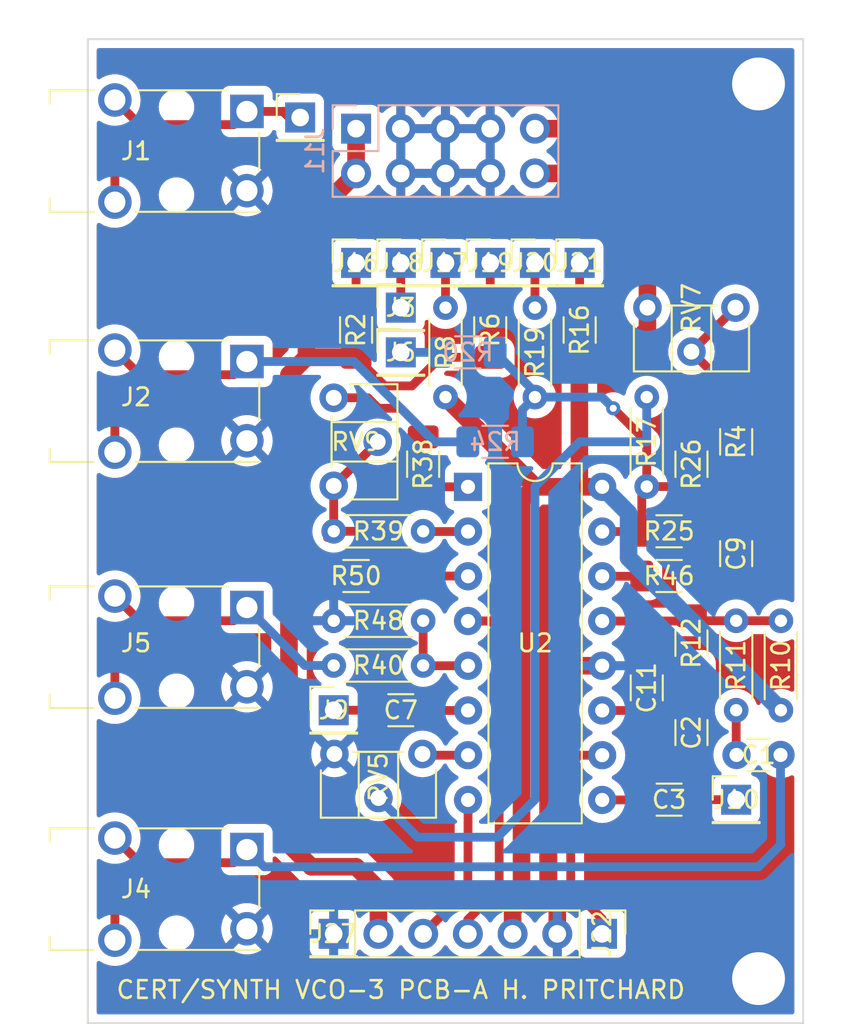
<source format=kicad_pcb>
(kicad_pcb (version 20211014) (generator pcbnew)
  (layers (0 "F.Cu" signal) (31 "B.Cu" signal) (34 "B.Paste" user) (35 "F.Paste" user) (36 "B.SilkS" user "B.Silkscreen") (37 "F.SilkS" user "F.Silkscreen") (38 "B.Mask" user) (39 "F.Mask" user) (44 "Edge.Cuts" user))
  (net 0 "")
  (net 1 "Net-(C1-Pad1)")
  (net 2 "Net-(C1-Pad2)")
  (net 3 "GND")
  (net 4 "Net-(C2-Pad2)")
  (net 5 "Net-(C3-Pad1)")
  (net 6 "Net-(C3-Pad2)")
  (net 7 "Net-(C7-Pad1)")
  (net 8 "Net-(C7-Pad2)")
  (net 9 "Net-(C9-Pad1)")
  (net 10 "Net-(C11-Pad2)")
  (net 11 "Net-(R24-Pad2)")
  (net 12 "Net-(J3-Pad1)")
  (net 13 "Net-(R40-Pad1)")
  (net 14 "Net-(R20-Pad1)")
  (net 15 "-15V")
  (net 16 "+15V")
  (net 17 "Net-(R2-Pad2)")
  (net 18 "Net-(R8-Pad1)")
  (net 19 "Net-(R6-Pad2)")
  (net 20 "Net-(R19-Pad1)")
  (net 21 "Net-(R16-Pad1)")
  (net 22 "Net-(RV7-Pad1)")
  (net 23 "Net-(R26-Pad1)")
  (net 24 "Net-(R10-Pad2)")
  (net 25 "Net-(R17-Pad1)")
  (net 26 "Net-(R17-Pad2)")
  (net 27 "Net-(R38-Pad1)")
  (net 28 "Net-(R38-Pad2)")
  (net 29 "Net-(R39-Pad1)")
  (net 30 "Net-(R39-Pad2)")
  (net 31 "Net-(R40-Pad2)")
  (net 32 "Net-(R46-Pad1)")
  (net 33 "Net-(RV5-Pad1)")
  (net 34 "Net-(J22-Pad1)")
  (net 35 "Net-(J22-Pad4)")
  (net 36 "Net-(J22-Pad5)")
  (net 37 "Net-(J1-PadR)")
  (footprint "Resistor_THT:R_Axial_DIN0204_L3.6mm_D1.6mm_P5.08mm_Horizontal" (layer "F.Cu") (at 49.53 137.16)
    (fp_text reference "R40" (at 2.54 0) (layer "F.SilkS"))
    (fp_text value "47k")
    (pad "1" thru_hole circle (at 0 0) (size 1.4 1.4) (drill 0.7) (layers *.Cu *.Mask) (net 13 "Net-(R40-Pad1)"))
    (pad "2" thru_hole oval (at 5.08 0) (size 1.4 1.4) (drill 0.7) (layers *.Cu *.Mask) (net 31 "Net-(R40-Pad2)"))
  )
  (footprint "Potentiometer_THT:Potentiometer_ACP_CA6-H2,5_Horizontal" (layer "F.Cu") (at 54.57 142.185 -90)
    (fp_text reference "RV5" (at 1.325 2.5 90) (layer "F.SilkS"))
    (fp_text value "20k Pot")
    (pad "1" thru_hole circle (at 0 0 270) (size 1.62 1.62) (drill 0.9) (layers *.Cu *.Mask) (net 33 "Net-(RV5-Pad1)"))
    (pad "2" thru_hole circle (at 2.5 2.5 270) (size 1.62 1.62) (drill 0.9) (layers *.Cu *.Mask) (net 26 "Net-(R17-Pad2)"))
    (pad "3" thru_hole circle (at 0 5 270) (size 1.62 1.62) (drill 0.9) (layers *.Cu *.Mask) (net 3 "GND"))
  )
  (footprint "Resistor_SMD:R_1206_3216Metric_Pad1.30x1.75mm_HandSolder" (layer "F.Cu") (at 50.8 118.11 90)
    (fp_text reference "R2" (at 0 0 90) (layer "F.SilkS"))
    (fp_text value "10k")
    (pad "1" smd roundrect (at -1.55 0 90) (size 1.3 1.75) (layers "F.Cu" "F.Paste" "F.Mask") (roundrect_rratio 0.1923076923) (net 15 "-15V"))
    (pad "2" smd roundrect (at 1.55 0 90) (size 1.3 1.75) (layers "F.Cu" "F.Paste" "F.Mask") (roundrect_rratio 0.1923076923) (net 17 "Net-(R2-Pad2)"))
  )
  (footprint "Connector_PinHeader_2.54mm:PinHeader_1x01_P2.54mm_Vertical" (layer "F.Cu") (at 63.5 114.3)
    (fp_text reference "J21" (at 0 0) (layer "F.SilkS"))
    (fp_text value "Conn_01x01_Male")
    (pad "1" thru_hole rect (at 0 0) (size 1.7 1.7) (drill 1) (layers *.Cu *.Mask) (net 21 "Net-(R16-Pad1)"))
  )
  (footprint "Connector_PinHeader_2.54mm:PinHeader_1x01_P2.54mm_Vertical" (layer "F.Cu") (at 53.34 114.3)
    (fp_text reference "J18" (at 0 0) (layer "F.SilkS"))
    (fp_text value "Conn_01x01_Male")
    (pad "1" thru_hole rect (at 0 0) (size 1.7 1.7) (drill 1) (layers *.Cu *.Mask) (net 12 "Net-(J3-Pad1)"))
  )
  (footprint "Connector_PinHeader_2.54mm:PinHeader_1x01_P2.54mm_Vertical" (layer "F.Cu") (at 60.96 114.3)
    (fp_text reference "J20" (at 0 0) (layer "F.SilkS"))
    (fp_text value "Conn_01x01_Male")
    (pad "1" thru_hole rect (at 0 0) (size 1.7 1.7) (drill 1) (layers *.Cu *.Mask) (net 20 "Net-(R19-Pad1)"))
  )
  (footprint "Connector_PinHeader_2.54mm:PinHeader_1x01_P2.54mm_Vertical" (layer "F.Cu") (at 50.8 114.3)
    (fp_text reference "J16" (at 0 0) (layer "F.SilkS"))
    (fp_text value "Conn_01x01_Male")
    (pad "1" thru_hole rect (at 0 0) (size 1.7 1.7) (drill 1) (layers *.Cu *.Mask) (net 17 "Net-(R2-Pad2)"))
  )
  (footprint "Resistor_SMD:R_1206_3216Metric_Pad1.30x1.75mm_HandSolder" (layer "F.Cu") (at 68.58 132.08)
    (fp_text reference "R46" (at 0 0) (layer "F.SilkS"))
    (fp_text value "1.8k")
    (pad "1" smd roundrect (at -1.55 0) (size 1.3 1.75) (layers "F.Cu" "F.Paste" "F.Mask") (roundrect_rratio 0.1923076923) (net 32 "Net-(R46-Pad1)"))
    (pad "2" smd roundrect (at 1.55 0) (size 1.3 1.75) (layers "F.Cu" "F.Paste" "F.Mask") (roundrect_rratio 0.1923076923) (net 3 "GND"))
  )
  (footprint "Connector_PinHeader_2.54mm:PinHeader_1x01_P2.54mm_Vertical" (layer "F.Cu") (at 58.42 114.3)
    (fp_text reference "J19" (at 0 0) (layer "F.SilkS"))
    (fp_text value "Conn_01x01_Male")
    (pad "1" thru_hole rect (at 0 0) (size 1.7 1.7) (drill 1) (layers *.Cu *.Mask) (net 19 "Net-(R6-Pad2)"))
  )
  (footprint "Capacitor_SMD:C_1206_3216Metric_Pad1.33x1.80mm_HandSolder" (layer "F.Cu") (at 53.34 139.7)
    (fp_text reference "C7" (at 0 0) (layer "F.SilkS"))
    (fp_text value "1nf")
    (pad "1" smd roundrect (at -1.5625 0) (size 1.325 1.8) (layers "F.Cu" "F.Paste" "F.Mask") (roundrect_rratio 0.1886792453) (net 7 "Net-(C7-Pad1)"))
    (pad "2" smd roundrect (at 1.5625 0) (size 1.325 1.8) (layers "F.Cu" "F.Paste" "F.Mask") (roundrect_rratio 0.1886792453) (net 8 "Net-(C7-Pad2)"))
  )
  (footprint "Resistor_THT:R_Axial_DIN0204_L3.6mm_D1.6mm_P5.08mm_Horizontal" (layer "F.Cu") (at 54.61 134.62 180)
    (fp_text reference "R48" (at 2.54 0) (layer "F.SilkS"))
    (fp_text value "47k")
    (pad "1" thru_hole circle (at 0 0 180) (size 1.4 1.4) (drill 0.7) (layers *.Cu *.Mask) (net 31 "Net-(R40-Pad2)"))
    (pad "2" thru_hole oval (at 5.08 0 180) (size 1.4 1.4) (drill 0.7) (layers *.Cu *.Mask) (net 3 "GND"))
  )
  (footprint "Resistor_SMD:R_1206_3216Metric_Pad1.30x1.75mm_HandSolder" (layer "F.Cu") (at 63.5 118.11 -90)
    (fp_text reference "R16" (at 0 0 90) (layer "F.SilkS"))
    (fp_text value "100k")
    (pad "1" smd roundrect (at -1.55 0 270) (size 1.3 1.75) (layers "F.Cu" "F.Paste" "F.Mask") (roundrect_rratio 0.1923076923) (net 21 "Net-(R16-Pad1)"))
    (pad "2" smd roundrect (at 1.55 0 270) (size 1.3 1.75) (layers "F.Cu" "F.Paste" "F.Mask") (roundrect_rratio 0.1923076923) (net 16 "+15V"))
  )
  (footprint "Resistor_SMD:R_1206_3216Metric_Pad1.30x1.75mm_HandSolder" (layer "F.Cu") (at 72.39 124.46 -90)
    (fp_text reference "R4" (at 0 0 90) (layer "F.SilkS"))
    (fp_text value "100k")
    (pad "1" smd roundrect (at -1.55 0 270) (size 1.3 1.75) (layers "F.Cu" "F.Paste" "F.Mask") (roundrect_rratio 0.1923076923) (net 22 "Net-(RV7-Pad1)"))
    (pad "2" smd roundrect (at 1.55 0 270) (size 1.3 1.75) (layers "F.Cu" "F.Paste" "F.Mask") (roundrect_rratio 0.1923076923) (net 23 "Net-(R26-Pad1)"))
  )
  (footprint "Capacitor_SMD:C_1206_3216Metric_Pad1.33x1.80mm_HandSolder" (layer "F.Cu") (at 69.85 140.97 90)
    (fp_text reference "C2" (at 0 0 90) (layer "F.SilkS"))
    (fp_text value "10nf")
    (pad "1" smd roundrect (at -1.5625 0 90) (size 1.325 1.8) (layers "F.Cu" "F.Paste" "F.Mask") (roundrect_rratio 0.1886792453) (net 3 "GND"))
    (pad "2" smd roundrect (at 1.5625 0 90) (size 1.325 1.8) (layers "F.Cu" "F.Paste" "F.Mask") (roundrect_rratio 0.1886792453) (net 4 "Net-(C2-Pad2)"))
  )
  (footprint "Connector_Audio:Jack_3.5mm_Switronic_ST-005-G_horizontal" (layer "F.Cu") (at 38.1 149.86)
    (fp_text reference "J4" (at 0.2 0) (layer "F.SilkS"))
    (fp_text value "LinearFmINput")
    (pad "" np_thru_hole circle (at 2.5 -2.5) (size 1 1) (drill 1) (layers *.Cu *.Mask))
    (pad "" np_thru_hole circle (at 2.5 2.5) (size 1 1) (drill 1) (layers *.Cu *.Mask))
    (pad "R" thru_hole rect (at 6.5 -2.25) (size 1.9 1.9) (drill 1.2) (layers *.Cu *.Mask) (net 2 "Net-(C1-Pad2)"))
    (pad "S" thru_hole circle (at 6.5 2.25) (size 1.9 1.9) (drill 1.2) (layers *.Cu *.Mask) (net 3 "GND"))
    (pad "T" thru_hole circle (at -1 2.9) (size 1.9 1.9) (drill 1.2) (layers *.Cu *.Mask) (net 2 "Net-(C1-Pad2)"))
    (pad "T" thru_hole circle (at -1 -2.9) (size 1.9 1.9) (drill 1.2) (layers *.Cu *.Mask) (net 2 "Net-(C1-Pad2)"))
  )
  (footprint "Connector_Audio:Jack_3.5mm_Switronic_ST-005-G_horizontal" (layer "F.Cu") (at 38.1 107.95)
    (fp_text reference "J1" (at 0.2 0) (layer "F.SilkS"))
    (fp_text value "Sync INput")
    (pad "" np_thru_hole circle (at 2.5 2.5) (size 1 1) (drill 1) (layers *.Cu *.Mask))
    (pad "" np_thru_hole circle (at 2.5 -2.5) (size 1 1) (drill 1) (layers *.Cu *.Mask))
    (pad "R" thru_hole rect (at 6.5 -2.25) (size 1.9 1.9) (drill 1.2) (layers *.Cu *.Mask) (net 37 "Net-(J1-PadR)"))
    (pad "S" thru_hole circle (at 6.5 2.25) (size 1.9 1.9) (drill 1.2) (layers *.Cu *.Mask) (net 3 "GND"))
    (pad "T" thru_hole circle (at -1 -2.9) (size 1.9 1.9) (drill 1.2) (layers *.Cu *.Mask) (net 37 "Net-(J1-PadR)"))
    (pad "T" thru_hole circle (at -1 2.9) (size 1.9 1.9) (drill 1.2) (layers *.Cu *.Mask) (net 37 "Net-(J1-PadR)"))
  )
  (footprint "Connector_PinHeader_2.54mm:PinHeader_1x01_P2.54mm_Vertical" (layer "F.Cu") (at 72.39 144.78)
    (fp_text reference "J10" (at 0 0) (layer "F.SilkS"))
    (fp_text value "Conn_01x01_Male")
    (pad "1" thru_hole rect (at 0 0) (size 1.7 1.7) (drill 1) (layers *.Cu *.Mask) (net 5 "Net-(C3-Pad1)"))
  )
  (footprint "Capacitor_SMD:C_1206_3216Metric_Pad1.33x1.80mm_HandSolder" (layer "F.Cu") (at 72.39 130.81 -90)
    (fp_text reference "C9" (at 0 0 90) (layer "F.SilkS"))
    (fp_text value "10nf")
    (pad "1" smd roundrect (at -1.5625 0 270) (size 1.325 1.8) (layers "F.Cu" "F.Paste" "F.Mask") (roundrect_rratio 0.1886792453) (net 9 "Net-(C9-Pad1)"))
    (pad "2" smd roundrect (at 1.5625 0 270) (size 1.325 1.8) (layers "F.Cu" "F.Paste" "F.Mask") (roundrect_rratio 0.1886792453) (net 3 "GND"))
  )
  (footprint "Capacitor_SMD:C_1206_3216Metric_Pad1.33x1.80mm_HandSolder" (layer "F.Cu") (at 67.31 138.43 -90)
    (fp_text reference "C11" (at 0 0 90) (layer "F.SilkS"))
    (fp_text value "1nf")
    (pad "1" smd roundrect (at -1.5625 0 270) (size 1.325 1.8) (layers "F.Cu" "F.Paste" "F.Mask") (roundrect_rratio 0.1886792453) (net 3 "GND"))
    (pad "2" smd roundrect (at 1.5625 0 270) (size 1.325 1.8) (layers "F.Cu" "F.Paste" "F.Mask") (roundrect_rratio 0.1886792453) (net 10 "Net-(C11-Pad2)"))
  )
  (footprint "Resistor_SMD:R_1206_3216Metric_Pad1.30x1.75mm_HandSolder" (layer "F.Cu") (at 69.85 125.73 -90)
    (fp_text reference "R26" (at 0 0 90) (layer "F.SilkS"))
    (fp_text value "100k")
    (pad "1" smd roundrect (at -1.55 0 270) (size 1.3 1.75) (layers "F.Cu" "F.Paste" "F.Mask") (roundrect_rratio 0.1923076923) (net 23 "Net-(R26-Pad1)"))
    (pad "2" smd roundrect (at 1.55 0 270) (size 1.3 1.75) (layers "F.Cu" "F.Paste" "F.Mask") (roundrect_rratio 0.1923076923) (net 25 "Net-(R17-Pad1)"))
  )
  (footprint "Connector_PinHeader_2.54mm:PinHeader_1x01_P2.54mm_Vertical" (layer "F.Cu") (at 49.53 139.7)
    (fp_text reference "J9" (at 0 0) (layer "F.SilkS"))
    (fp_text value "Conn_01x01_Male")
    (pad "1" thru_hole rect (at 0 0) (size 1.7 1.7) (drill 1) (layers *.Cu *.Mask) (net 7 "Net-(C7-Pad1)"))
  )
  (footprint "Resistor_THT:R_Axial_DIN0204_L3.6mm_D1.6mm_P5.08mm_Horizontal" (layer "F.Cu") (at 60.96 116.84 -90)
    (fp_text reference "R19" (at 2.54 0 90) (layer "F.SilkS"))
    (fp_text value "1M")
    (pad "1" thru_hole circle (at 0 0 270) (size 1.4 1.4) (drill 0.7) (layers *.Cu *.Mask) (net 20 "Net-(R19-Pad1)"))
    (pad "2" thru_hole oval (at 5.08 0 270) (size 1.4 1.4) (drill 0.7) (layers *.Cu *.Mask) (net 25 "Net-(R17-Pad1)"))
  )
  (footprint "Connector_PinHeader_2.54mm:PinHeader_1x01_P2.54mm_Vertical" (layer "F.Cu") (at 47.625 106.045)
    (fp_text reference "J25" hide)
    (fp_text value "Conn_01x01_Male")
    (pad "1" thru_hole rect (at 0 0) (size 1.7 1.7) (drill 1) (layers *.Cu *.Mask) (net 37 "Net-(J1-PadR)"))
  )
  (footprint "Resistor_SMD:R_1206_3216Metric_Pad1.30x1.75mm_HandSolder" (layer "F.Cu") (at 69.85 135.89 -90)
    (fp_text reference "R12" (at 0 0 90) (layer "F.SilkS"))
    (fp_text value "470")
    (pad "1" smd roundrect (at -1.55 0 270) (size 1.3 1.75) (layers "F.Cu" "F.Paste" "F.Mask") (roundrect_rratio 0.1923076923) (net 24 "Net-(R10-Pad2)"))
    (pad "2" smd roundrect (at 1.55 0 270) (size 1.3 1.75) (layers "F.Cu" "F.Paste" "F.Mask") (roundrect_rratio 0.1923076923) (net 4 "Net-(C2-Pad2)"))
  )
  (footprint "Connector_PinHeader_2.54mm:PinHeader_1x01_P2.54mm_Vertical" (layer "F.Cu") (at 53.34 116.84)
    (fp_text reference "J3" (at 0 0) (layer "F.SilkS"))
    (fp_text value "Conn_01x01_Male")
    (pad "1" thru_hole rect (at 0 0) (size 1.7 1.7) (drill 1) (layers *.Cu *.Mask) (net 12 "Net-(J3-Pad1)"))
  )
  (footprint "Potentiometer_THT:Potentiometer_ACP_CA6-H2,5_Horizontal" (layer "F.Cu") (at 72.35 116.84 -90)
    (fp_text reference "RV7" (at 0 2.5 90) (layer "F.SilkS"))
    (fp_text value "100k TrimPot")
    (pad "1" thru_hole circle (at 0 0 270) (size 1.62 1.62) (drill 0.9) (layers *.Cu *.Mask) (net 22 "Net-(RV7-Pad1)"))
    (pad "2" thru_hole circle (at 2.5 2.5 270) (size 1.62 1.62) (drill 0.9) (layers *.Cu *.Mask) (net 22 "Net-(RV7-Pad1)"))
    (pad "3" thru_hole circle (at 0 5 270) (size 1.62 1.62) (drill 0.9) (layers *.Cu *.Mask) (net 16 "+15V"))
  )
  (footprint "Connector_PinHeader_2.54mm:PinHeader_1x06_P2.54mm_Vertical" (layer "F.Cu") (at 64.77 152.4 -90)
    (fp_text reference "J22" (at 0 0 90) (layer "F.SilkS"))
    (fp_text value "Conn_01x06_Female")
    (pad "1" thru_hole rect (at 0 0 270) (size 1.7 1.7) (drill 1) (layers *.Cu *.Mask) (net 34 "Net-(J22-Pad1)"))
    (pad "2" thru_hole oval (at 0 2.54 270) (size 1.7 1.7) (drill 1) (layers *.Cu *.Mask) (net 3 "GND"))
    (pad "3" thru_hole oval (at 0 5.08 270) (size 1.7 1.7) (drill 1) (layers *.Cu *.Mask) (net 16 "+15V"))
    (pad "4" thru_hole oval (at 0 7.62 270) (size 1.7 1.7) (drill 1) (layers *.Cu *.Mask) (net 35 "Net-(J22-Pad4)"))
    (pad "5" thru_hole oval (at 0 10.16 270) (size 1.7 1.7) (drill 1) (layers *.Cu *.Mask) (net 36 "Net-(J22-Pad5)"))
    (pad "6" thru_hole oval (at 0 12.7 270) (size 1.7 1.7) (drill 1) (layers *.Cu *.Mask) (net 15 "-15V"))
  )
  (footprint "Resistor_THT:R_Axial_DIN0204_L3.6mm_D1.6mm_P5.08mm_Horizontal" (layer "F.Cu") (at 67.31 127 90)
    (fp_text reference "R17" (at 2.54 0 90) (layer "F.SilkS"))
    (fp_text value "1M")
    (pad "1" thru_hole circle (at 0 0 90) (size 1.4 1.4) (drill 0.7) (layers *.Cu *.Mask) (net 25 "Net-(R17-Pad1)"))
    (pad "2" thru_hole oval (at 5.08 0 90) (size 1.4 1.4) (drill 0.7) (layers *.Cu *.Mask) (net 26 "Net-(R17-Pad2)"))
  )
  (footprint "Connector_PinHeader_2.54mm:PinHeader_1x01_P2.54mm_Vertical" (layer "F.Cu") (at 49.53 152.4)
    (fp_text reference "J27" (at 0 0) (layer "F.SilkS"))
    (fp_text value "Conn_01x01_Male")
    (pad "1" thru_hole rect (at 0 0) (size 1.7 1.7) (drill 1) (layers *.Cu *.Mask) (net 3 "GND"))
  )
  (footprint "Resistor_THT:R_Axial_DIN0204_L3.6mm_D1.6mm_P5.08mm_Horizontal" (layer "F.Cu") (at 55.88 116.84 -90)
    (fp_text reference "R8" (at 2.54 0 90) (layer "F.SilkS"))
    (fp_text value "47k")
    (pad "1" thru_hole circle (at 0 0 270) (size 1.4 1.4) (drill 0.7) (layers *.Cu *.Mask) (net 18 "Net-(R8-Pad1)"))
    (pad "2" thru_hole oval (at 5.08 0 270) (size 1.4 1.4) (drill 0.7) (layers *.Cu *.Mask) (net 16 "+15V"))
  )
  (footprint "Capacitor_THT:C_Disc_D3.0mm_W1.6mm_P2.50mm" (layer "F.Cu") (at 72.41 142.24)
    (fp_text reference "C1" (at 1.25 0) (layer "F.SilkS"))
    (fp_text value "100nf")
    (pad "1" thru_hole circle (at 0 0) (size 1.6 1.6) (drill 0.8) (layers *.Cu *.Mask) (net 1 "Net-(C1-Pad1)"))
    (pad "2" thru_hole circle (at 2.5 0) (size 1.6 1.6) (drill 0.8) (layers *.Cu *.Mask) (net 2 "Net-(C1-Pad2)"))
  )
  (footprint "Resistor_SMD:R_1206_3216Metric_Pad1.30x1.75mm_HandSolder" (layer "F.Cu") (at 50.8 132.08 180)
    (fp_text reference "R50" (at 0 0) (layer "F.SilkS"))
    (fp_text value "910")
    (pad "1" smd roundrect (at -1.55 0 180) (size 1.3 1.75) (layers "F.Cu" "F.Paste" "F.Mask") (roundrect_rratio 0.1923076923) (net 29 "Net-(R39-Pad1)"))
    (pad "2" smd roundrect (at 1.55 0 180) (size 1.3 1.75) (layers "F.Cu" "F.Paste" "F.Mask") (roundrect_rratio 0.1923076923) (net 15 "-15V"))
  )
  (footprint "Resistor_THT:R_Axial_DIN0204_L3.6mm_D1.6mm_P5.08mm_Horizontal" (layer "F.Cu") (at 74.93 139.7 90)
    (fp_text reference "R10" (at 2.54 0 90) (layer "F.SilkS"))
    (fp_text value "1.5M")
    (pad "1" thru_hole circle (at 0 0 90) (size 1.4 1.4) (drill 0.7) (layers *.Cu *.Mask) (net 16 "+15V"))
    (pad "2" thru_hole oval (at 5.08 0 90) (size 1.4 1.4) (drill 0.7) (layers *.Cu *.Mask) (net 24 "Net-(R10-Pad2)"))
  )
  (footprint "Connector_Audio:Jack_3.5mm_Switronic_ST-005-G_horizontal" (layer "F.Cu") (at 38.1 122.150479)
    (fp_text reference "J2" (at 0.2 -0.230479) (layer "F.SilkS"))
    (fp_text value "CV1")
    (pad "" np_thru_hole circle (at 2.5 2.5) (size 1 1) (drill 1) (layers *.Cu *.Mask))
    (pad "" np_thru_hole circle (at 2.5 -2.5) (size 1 1) (drill 1) (layers *.Cu *.Mask))
    (pad "R" thru_hole rect (at 6.5 -2.25) (size 1.9 1.9) (drill 1.2) (layers *.Cu *.Mask) (net 11 "Net-(R24-Pad2)"))
    (pad "S" thru_hole circle (at 6.5 2.25) (size 1.9 1.9) (drill 1.2) (layers *.Cu *.Mask) (net 3 "GND"))
    (pad "T" thru_hole circle (at -1 -2.9) (size 1.9 1.9) (drill 1.2) (layers *.Cu *.Mask) (net 11 "Net-(R24-Pad2)"))
    (pad "T" thru_hole circle (at -1 2.9) (size 1.9 1.9) (drill 1.2) (layers *.Cu *.Mask) (net 11 "Net-(R24-Pad2)"))
  )
  (footprint "Potentiometer_THT:Potentiometer_ACP_CA6-H2,5_Horizontal" (layer "F.Cu") (at 49.53 121.96)
    (fp_text reference "RV9" (at 1.27 2.5) (layer "F.SilkS"))
    (fp_text value "10k Pot")
    (pad "1" thru_hole circle (at 0 0) (size 1.62 1.62) (drill 0.9) (layers *.Cu *.Mask) (net 27 "Net-(R38-Pad1)"))
    (pad "2" thru_hole circle (at 2.5 2.5) (size 1.62 1.62) (drill 0.9) (layers *.Cu *.Mask) (net 29 "Net-(R39-Pad1)"))
    (pad "3" thru_hole circle (at 0 5) (size 1.62 1.62) (drill 0.9) (layers *.Cu *.Mask) (net 29 "Net-(R39-Pad1)"))
  )
  (footprint "Connector_PinHeader_2.54mm:PinHeader_1x01_P2.54mm_Vertical" (layer "F.Cu") (at 55.88 114.3)
    (fp_text reference "J17" (at 0 0) (layer "F.SilkS"))
    (fp_text value "Conn_01x01_Male")
    (pad "1" thru_hole rect (at 0 0) (size 1.7 1.7) (drill 1) (layers *.Cu *.Mask) (net 18 "Net-(R8-Pad1)"))
  )
  (footprint "Resistor_SMD:R_1206_3216Metric_Pad1.30x1.75mm_HandSolder" (layer "F.Cu") (at 68.58 129.54 180)
    (fp_text reference "R25" (at 0 0) (layer "F.SilkS"))
    (fp_text value "470")
    (pad "1" smd roundrect (at -1.55 0 180) (size 1.3 1.75) (layers "F.Cu" "F.Paste" "F.Mask") (roundrect_rratio 0.1923076923) (net 9 "Net-(C9-Pad1)"))
    (pad "2" smd roundrect (at 1.55 0 180) (size 1.3 1.75) (layers "F.Cu" "F.Paste" "F.Mask") (roundrect_rratio 0.1923076923) (net 25 "Net-(R17-Pad1)"))
  )
  (footprint "Package_DIP:DIP-16_W7.62mm" (layer "F.Cu") (at 57.16 127.015)
    (fp_text reference "U2" (at 3.81 8.875) (layer "F.SilkS"))
    (fp_text value "AS3340")
    (pad "1" thru_hole rect (at 0 0) (size 1.6 1.6) (drill 0.8) (layers *.Cu *.Mask) (net 28 "Net-(R38-Pad2)"))
    (pad "2" thru_hole oval (at 0 2.54) (size 1.6 1.6) (drill 0.8) (layers *.Cu *.Mask) (net 30 "Net-(R39-Pad2)"))
    (pad "3" thru_hole oval (at 0 5.08) (size 1.6 1.6) (drill 0.8) (layers *.Cu *.Mask) (net 29 "Net-(R39-Pad1)"))
    (pad "4" thru_hole oval (at 0 7.62) (size 1.6 1.6) (drill 0.8) (layers *.Cu *.Mask) (net 35 "Net-(J22-Pad4)"))
    (pad "5" thru_hole oval (at 0 10.16) (size 1.6 1.6) (drill 0.8) (layers *.Cu *.Mask) (net 31 "Net-(R40-Pad2)"))
    (pad "6" thru_hole oval (at 0 12.7) (size 1.6 1.6) (drill 0.8) (layers *.Cu *.Mask) (net 8 "Net-(C7-Pad2)"))
    (pad "7" thru_hole oval (at 0 15.24) (size 1.6 1.6) (drill 0.8) (layers *.Cu *.Mask) (net 33 "Net-(RV5-Pad1)"))
    (pad "8" thru_hole oval (at 0 17.78) (size 1.6 1.6) (drill 0.8) (layers *.Cu *.Mask) (net 36 "Net-(J22-Pad5)"))
    (pad "9" thru_hole oval (at 7.62 17.78) (size 1.6 1.6) (drill 0.8) (layers *.Cu *.Mask) (net 6 "Net-(C3-Pad2)"))
    (pad "10" thru_hole oval (at 7.62 15.24) (size 1.6 1.6) (drill 0.8) (layers *.Cu *.Mask) (net 34 "Net-(J22-Pad1)"))
    (pad "11" thru_hole oval (at 7.62 12.7) (size 1.6 1.6) (drill 0.8) (layers *.Cu *.Mask) (net 10 "Net-(C11-Pad2)"))
    (pad "12" thru_hole oval (at 7.62 10.16) (size 1.6 1.6) (drill 0.8) (layers *.Cu *.Mask) (net 3 "GND"))
    (pad "13" thru_hole oval (at 7.62 7.62) (size 1.6 1.6) (drill 0.8) (layers *.Cu *.Mask) (net 24 "Net-(R10-Pad2)"))
    (pad "14" thru_hole oval (at 7.62 5.08) (size 1.6 1.6) (drill 0.8) (layers *.Cu *.Mask) (net 32 "Net-(R46-Pad1)"))
    (pad "15" thru_hole oval (at 7.62 2.54) (size 1.6 1.6) (drill 0.8) (layers *.Cu *.Mask) (net 25 "Net-(R17-Pad1)"))
    (pad "16" thru_hole oval (at 7.62 0) (size 1.6 1.6) (drill 0.8) (layers *.Cu *.Mask) (net 16 "+15V"))
  )
  (footprint "Resistor_THT:R_Axial_DIN0204_L3.6mm_D1.6mm_P5.08mm_Horizontal" (layer "F.Cu") (at 72.39 139.7 90)
    (fp_text reference "R11" (at 2.54 0 90) (layer "F.SilkS"))
    (fp_text value "1M")
    (pad "1" thru_hole circle (at 0 0 90) (size 1.4 1.4) (drill 0.7) (layers *.Cu *.Mask) (net 1 "Net-(C1-Pad1)"))
    (pad "2" thru_hole oval (at 5.08 0 90) (size 1.4 1.4) (drill 0.7) (layers *.Cu *.Mask) (net 24 "Net-(R10-Pad2)"))
  )
  (footprint "Connector_PinHeader_2.54mm:PinHeader_1x01_P2.54mm_Vertical" (layer "F.Cu") (at 53.34 119.38)
    (fp_text reference "J6" (at 0 0) (layer "F.SilkS"))
    (fp_text value "Conn_01x01_Male")
    (pad "1" thru_hole rect (at 0 0) (size 1.7 1.7) (drill 1) (layers *.Cu *.Mask) (net 14 "Net-(R20-Pad1)"))
  )
  (footprint "Capacitor_SMD:C_1206_3216Metric_Pad1.33x1.80mm_HandSolder" (layer "F.Cu") (at 68.58 144.78 180)
    (fp_text reference "C3" (at 0 0) (layer "F.SilkS"))
    (fp_text value "1nf")
    (pad "1" smd roundrect (at -1.5625 0 180) (size 1.325 1.8) (layers "F.Cu" "F.Paste" "F.Mask") (roundrect_rratio 0.1886792453) (net 5 "Net-(C3-Pad1)"))
    (pad "2" smd roundrect (at 1.5625 0 180) (size 1.325 1.8) (layers "F.Cu" "F.Paste" "F.Mask") (roundrect_rratio 0.1886792453) (net 6 "Net-(C3-Pad2)"))
  )
  (footprint "Resistor_SMD:R_1206_3216Metric_Pad1.30x1.75mm_HandSolder" (layer "F.Cu") (at 54.61 125.73 -90)
    (fp_text reference "R38" (at 0 0 90) (layer "F.SilkS"))
    (fp_text value "24k")
    (pad "1" smd roundrect (at -1.55 0 270) (size 1.3 1.75) (layers "F.Cu" "F.Paste" "F.Mask") (roundrect_rratio 0.1923076923) (net 27 "Net-(R38-Pad1)"))
    (pad "2" smd roundrect (at 1.55 0 270) (size 1.3 1.75) (layers "F.Cu" "F.Paste" "F.Mask") (roundrect_rratio 0.1923076923) (net 28 "Net-(R38-Pad2)"))
  )
  (footprint "Connector_Audio:Jack_3.5mm_Switronic_ST-005-G_horizontal" (layer "F.Cu") (at 38.1 136.120479)
    (fp_text reference "J5" (at 0.2 -0.230479) (layer "F.SilkS"))
    (fp_text value "PWM INput")
    (pad "" np_thru_hole circle (at 2.5 -2.5) (size 1 1) (drill 1) (layers *.Cu *.Mask))
    (pad "" np_thru_hole circle (at 2.5 2.5) (size 1 1) (drill 1) (layers *.Cu *.Mask))
    (pad "R" thru_hole rect (at 6.5 -2.25) (size 1.9 1.9) (drill 1.2) (layers *.Cu *.Mask) (net 13 "Net-(R40-Pad1)"))
    (pad "S" thru_hole circle (at 6.5 2.25) (size 1.9 1.9) (drill 1.2) (layers *.Cu *.Mask) (net 3 "GND"))
    (pad "T" thru_hole circle (at -1 -2.9) (size 1.9 1.9) (drill 1.2) (layers *.Cu *.Mask) (net 13 "Net-(R40-Pad1)"))
    (pad "T" thru_hole circle (at -1 2.9) (size 1.9 1.9) (drill 1.2) (layers *.Cu *.Mask) (net 13 "Net-(R40-Pad1)"))
  )
  (footprint "Resistor_SMD:R_1206_3216Metric_Pad1.30x1.75mm_HandSolder" (layer "F.Cu") (at 58.42 118.11 90)
    (fp_text reference "R6" (at 0 0 90) (layer "F.SilkS"))
    (fp_text value "100k")
    (pad "1" smd roundrect (at -1.55 0 90) (size 1.3 1.75) (layers "F.Cu" "F.Paste" "F.Mask") (roundrect_rratio 0.1923076923) (net 15 "-15V"))
    (pad "2" smd roundrect (at 1.55 0 90) (size 1.3 1.75) (layers "F.Cu" "F.Paste" "F.Mask") (roundrect_rratio 0.1923076923) (net 19 "Net-(R6-Pad2)"))
  )
  (footprint "Resistor_THT:R_Axial_DIN0204_L3.6mm_D1.6mm_P5.08mm_Horizontal" (layer "F.Cu") (at 49.53 129.54)
    (fp_text reference "R39" (at 2.54 0) (layer "F.SilkS"))
    (fp_text value "5.6k")
    (pad "1" thru_hole circle (at 0 0) (size 1.4 1.4) (drill 0.7) (layers *.Cu *.Mask) (net 29 "Net-(R39-Pad1)"))
    (pad "2" thru_hole oval (at 5.08 0) (size 1.4 1.4) (drill 0.7) (layers *.Cu *.Mask) (net 30 "Net-(R39-Pad2)"))
  )
  (footprint "Resistor_SMD:R_1206_3216Metric_Pad1.30x1.75mm_HandSolder" (layer "B.Cu") (at 57.15 119.38)
    (fp_text reference "R20" (at 0 0) (layer "B.SilkS") (effects (justify mirror)))
    (fp_text value "100k")
    (pad "1" smd roundrect (at -1.55 0) (size 1.3 1.75) (layers "B.Cu" "B.Paste" "B.Mask") (roundrect_rratio 0.1923076923) (net 14 "Net-(R20-Pad1)"))
    (pad "2" smd roundrect (at 1.55 0) (size 1.3 1.75) (layers "B.Cu" "B.Paste" "B.Mask") (roundrect_rratio 0.1923076923) (net 25 "Net-(R17-Pad1)"))
  )
  (footprint "Resistor_SMD:R_1206_3216Metric_Pad1.30x1.75mm_HandSolder" (layer "B.Cu") (at 58.7 124.46 180)
    (fp_text reference "R24" (at 0 0) (layer "B.SilkS") (effects (justify mirror)))
    (fp_text value "100k")
    (pad "1" smd roundrect (at -1.55 0 180) (size 1.3 1.75) (layers "B.Cu" "B.Paste" "B.Mask") (roundrect_rratio 0.1923076923) (net 25 "Net-(R17-Pad1)"))
    (pad "2" smd roundrect (at 1.55 0 180) (size 1.3 1.75) (layers "B.Cu" "B.Paste" "B.Mask") (roundrect_rratio 0.1923076923) (net 11 "Net-(R24-Pad2)"))
  )
  (footprint "Connector_PinHeader_2.54mm:PinHeader_2x05_P2.54mm_Vertical" (layer "B.Cu") (at 50.8 106.68 -90)
    (fp_text reference "J11" (at 1.27 2.33 90) (layer "B.SilkS") (effects (justify mirror)))
    (fp_text value "Conn_02x05_Odd_Even")
    (pad "1" thru_hole rect (at 0 0 270) (size 1.7 1.7) (drill 1) (layers *.Cu *.Mask) (net 15 "-15V"))
    (pad "2" thru_hole oval (at 2.54 0 270) (size 1.7 1.7) (drill 1) (layers *.Cu *.Mask) (net 15 "-15V"))
    (pad "3" thru_hole oval (at 0 -2.54 270) (size 1.7 1.7) (drill 1) (layers *.Cu *.Mask) (net 3 "GND"))
    (pad "4" thru_hole oval (at 2.54 -2.54 270) (size 1.7 1.7) (drill 1) (layers *.Cu *.Mask) (net 3 "GND"))
    (pad "5" thru_hole oval (at 0 -5.08 270) (size 1.7 1.7) (drill 1) (layers *.Cu *.Mask) (net 3 "GND"))
    (pad "6" thru_hole oval (at 2.54 -5.08 270) (size 1.7 1.7) (drill 1) (layers *.Cu *.Mask) (net 3 "GND"))
    (pad "7" thru_hole oval (at 0 -7.62 270) (size 1.7 1.7) (drill 1) (layers *.Cu *.Mask) (net 3 "GND"))
    (pad "8" thru_hole oval (at 2.54 -7.62 270) (size 1.7 1.7) (drill 1) (layers *.Cu *.Mask) (net 3 "GND"))
    (pad "9" thru_hole oval (at 0 -10.16 270) (size 1.7 1.7) (drill 1) (layers *.Cu *.Mask) (net 16 "+15V"))
    (pad "10" thru_hole oval (at 2.54 -10.16 270) (size 1.7 1.7) (drill 1) (layers *.Cu *.Mask) (net 16 "+15V"))
  )
  (gr_rect (start 35.56 101.6) (end 76.2 157.48) (layer "Edge.Cuts") (width 0.1) (fill none))
  (gr_rect (start 35.56 101.6) (end 76.2 157.48) (layer "Edge.Cuts") (width 0.1) (fill none))
  (gr_text "CERT/SYNTH VCO-3 PCB-A H. PRITCHARD" (at 53.34 155.575) (layer "F.SilkS") (effects (font (size 1 1))))
  (segment (start 72.39 139.7) (end 72.39 142.22) (width 0.5) (layer "F.Cu") (net 1))
  (segment (start 72.39 142.22) (end 72.41 142.24) (width 0.5) (layer "F.Cu") (net 1))
  (segment (start 43.850479 148.359521) (end 38.499521 148.359521) (width 0.5) (layer "F.Cu") (net 2))
  (segment (start 37.1 149.759042) (end 38.499521 148.359521) (width 0.5) (layer "F.Cu") (net 2))
  (segment (start 44.6 147.61) (end 43.850479 148.359521) (width 0.5) (layer "F.Cu") (net 2))
  (segment (start 37.1 152.76) (end 37.1 149.759042) (width 0.5) (layer "F.Cu") (net 2))
  (segment (start 38.499521 148.359521) (end 37.1 146.96) (width 0.5) (layer "F.Cu") (net 2))
  (segment (start 73.66 148.59) (end 45.58 148.59) (width 0.5) (layer "B.Cu") (net 2))
  (segment (start 45.58 148.59) (end 44.6 147.61) (width 0.5) (layer "B.Cu") (net 2))
  (segment (start 74.91 142.24) (end 74.91 147.3) (width 0.5) (layer "B.Cu") (net 2))
  (segment (start 74.93 147.32) (end 73.66 148.59) (width 0.5) (layer "B.Cu") (net 2))
  (segment (start 74.91 147.3) (end 74.93 147.32) (width 0.5) (layer "B.Cu") (net 2))
  (segment (start 61.722 150.4696) (end 62.23 150.9776) (width 1) (layer "F.Cu") (net 3))
  (segment (start 62.23 137.16) (end 61.722 137.668) (width 1) (layer "F.Cu") (net 3))
  (segment (start 72.0975 132.08) (end 72.39 132.3725) (width 0.5) (layer "F.Cu") (net 3))
  (segment (start 67.0025 137.175) (end 67.31 136.8675) (width 0.5) (layer "F.Cu") (net 3))
  (segment (start 64.78 137.175) (end 67.0025 137.175) (width 0.5) (layer "F.Cu") (net 3))
  (segment (start 62.23 150.9776) (end 62.23 152.4) (width 1) (layer "F.Cu") (net 3))
  (segment (start 70.13 132.08) (end 72.0975 132.08) (width 0.5) (layer "F.Cu") (net 3))
  (segment (start 62.245 137.175) (end 62.23 137.16) (width 1) (layer "F.Cu") (net 3))
  (segment (start 64.78 137.175) (end 62.245 137.175) (width 1) (layer "F.Cu") (net 3))
  (segment (start 61.722 137.668) (end 61.722 150.4696) (width 1) (layer "F.Cu") (net 3))
  (via (at 73.66 154.94) (size 3) (drill 3) (layers "F.Cu" "B.Cu") (net 3))
  (via (at 73.66 104.14) (size 3) (drill 3) (layers "F.Cu" "B.Cu") (net 3))
  (segment (start 69.85 139.4075) (end 69.85 137.44) (width 0.5) (layer "F.Cu") (net 4))
  (segment (start 70.1425 144.78) (end 72.39 144.78) (width 0.5) (layer "F.Cu") (net 5))
  (segment (start 67.0025 144.795) (end 67.0175 144.78) (width 0.5) (layer "F.Cu") (net 6))
  (segment (start 64.78 144.795) (end 67.0025 144.795) (width 0.5) (layer "F.Cu") (net 6))
  (segment (start 51.7775 139.7) (end 49.53 139.7) (width 0.5) (layer "F.Cu") (net 7))
  (segment (start 57.16 139.715) (end 54.9175 139.715) (width 0.5) (layer "F.Cu") (net 8))
  (segment (start 54.9175 139.715) (end 54.9025 139.7) (width 0.5) (layer "F.Cu") (net 8))
  (segment (start 70.13 129.54) (end 72.0975 129.54) (width 0.5) (layer "F.Cu") (net 9))
  (segment (start 72.0975 129.54) (end 72.39 129.2475) (width 0.5) (layer "F.Cu") (net 9))
  (segment (start 64.78 139.715) (end 67.0325 139.715) (width 0.5) (layer "F.Cu") (net 10))
  (segment (start 67.0325 139.715) (end 67.31 139.9925) (width 0.5) (layer "F.Cu") (net 10))
  (segment (start 37.1 122.049521) (end 38.499521 120.65) (width 0.5) (layer "F.Cu") (net 11))
  (segment (start 37.1 125.050479) (end 37.1 122.049521) (width 0.5) (layer "F.Cu") (net 11))
  (segment (start 44.6 119.900479) (end 43.850479 120.65) (width 0.5) (layer "F.Cu") (net 11))
  (segment (start 43.850479 120.65) (end 38.499521 120.65) (width 0.5) (layer "F.Cu") (net 11))
  (segment (start 38.499521 120.65) (end 37.1 119.250479) (width 0.5) (layer "F.Cu") (net 11))
  (segment (start 44.6 119.900479) (end 50.685479 119.900479) (width 0.5) (layer "B.Cu") (net 11))
  (segment (start 55.245 124.46) (end 57.15 124.46) (width 0.5) (layer "B.Cu") (net 11))
  (segment (start 50.685479 119.900479) (end 55.245 124.46) (width 0.5) (layer "B.Cu") (net 11))
  (segment (start 53.34 116.84) (end 53.34 114.3) (width 0.5) (layer "F.Cu") (net 12))
  (segment (start 37.1 136.019521) (end 38.499521 134.62) (width 0.5) (layer "F.Cu") (net 13))
  (segment (start 43.850479 134.62) (end 38.499521 134.62) (width 0.5) (layer "F.Cu") (net 13))
  (segment (start 44.6 133.870479) (end 43.850479 134.62) (width 0.5) (layer "F.Cu") (net 13))
  (segment (start 38.499521 134.62) (end 37.1 133.220479) (width 0.5) (layer "F.Cu") (net 13))
  (segment (start 37.1 139.020479) (end 37.1 136.019521) (width 0.5) (layer "F.Cu") (net 13))
  (segment (start 49.53 137.16) (end 47.889521 137.16) (width 0.5) (layer "B.Cu") (net 13))
  (segment (start 47.889521 137.16) (end 44.6 133.870479) (width 0.5) (layer "B.Cu") (net 13))
  (segment (start 55.6 119.38) (end 53.34 119.38) (width 0.5) (layer "B.Cu") (net 14))
  (segment (start 46.99 132.08) (end 46.99 147.32) (width 1) (layer "F.Cu") (net 15))
  (segment (start 50.8 109.22) (end 50.8 106.68) (width 1) (layer "F.Cu") (net 15))
  (segment (start 46.99 132.08) (end 46.99 120.65) (width 1) (layer "F.Cu") (net 15))
  (segment (start 47.98 119.66) (end 50.8 119.66) (width 1) (layer "F.Cu") (net 15))
  (segment (start 49.25 132.08) (end 46.99 132.08) (width 1) (layer "F.Cu") (net 15))
  (segment (start 52.425 121.285) (end 50.8 119.66) (width 0.5) (layer "F.Cu") (net 15))
  (segment (start 46.99 120.65) (end 47.98 119.66) (width 1) (layer "F.Cu") (net 15))
  (segment (start 46.99 147.32) (end 48.26 148.59) (width 1) (layer "F.Cu") (net 15))
  (segment (start 48.26 148.59) (end 50.8 148.59) (width 1) (layer "F.Cu") (net 15))
  (segment (start 47.98 112.04) (end 50.8 109.22) (width 1) (layer "F.Cu") (net 15))
  (segment (start 49.19 132.095) (end 49.175 132.08) (width 0.5) (layer "F.Cu") (net 15))
  (segment (start 52.07 149.86) (end 52.07 152.4) (width 1) (layer "F.Cu") (net 15))
  (segment (start 50.8 148.59) (end 52.07 149.86) (width 1) (layer "F.Cu") (net 15))
  (segment (start 53.975 121.285) (end 52.425 121.285) (width 0.5) (layer "F.Cu") (net 15))
  (segment (start 58.42 119.66) (end 55.6 119.66) (width 0.5) (layer "F.Cu") (net 15))
  (segment (start 47.98 119.66) (end 47.98 112.04) (width 1) (layer "F.Cu") (net 15))
  (segment (start 55.6 119.66) (end 53.975 121.285) (width 0.5) (layer "F.Cu") (net 15))
  (segment (start 63.485 127.015) (end 60.975 127.015) (width 1) (layer "F.Cu") (net 16))
  (segment (start 63.5 119.66) (end 65.76 119.66) (width 1) (layer "F.Cu") (net 16))
  (segment (start 67.31 106.68) (end 60.96 106.68) (width 1) (layer "F.Cu") (net 16))
  (segment (start 60.198 127.762) (end 60.198 150.5204) (width 1) (layer "F.Cu") (net 16))
  (segment (start 60.198 150.5204) (end 59.69 151.0284) (width 1) (layer "F.Cu") (net 16))
  (segment (start 60.96 127) (end 55.88 121.92) (width 1) (layer "F.Cu") (net 16))
  (segment (start 67.31 109.22) (end 60.96 109.22) (width 1) (layer "F.Cu") (net 16))
  (segment (start 67.35 116.84) (end 67.35 109.18) (width 1) (layer "F.Cu") (net 16))
  (segment (start 64.78 127.015) (end 63.485 127.015) (width 1) (layer "F.Cu") (net 16))
  (segment (start 60.96 127) (end 60.198 127.762) (width 1) (layer "F.Cu") (net 16))
  (segment (start 67.35 109.18) (end 67.31 109.22) (width 1) (layer "F.Cu") (net 16))
  (segment (start 67.35 106.72) (end 67.31 106.68) (width 1) (layer "F.Cu") (net 16))
  (segment (start 67.35 118.07) (end 67.35 116.84) (width 1) (layer "F.Cu") (net 16))
  (segment (start 65.76 119.66) (end 67.35 118.07) (width 1) (layer "F.Cu") (net 16))
  (segment (start 60.975 127.015) (end 60.96 127) (width 1) (layer "F.Cu") (net 16))
  (segment (start 67.35 109.18) (end 67.35 106.72) (width 1) (layer "F.Cu") (net 16))
  (segment (start 63.485 119.675) (end 63.5 119.66) (width 1) (layer "F.Cu") (net 16))
  (segment (start 59.69 151.0284) (end 59.69 152.4) (width 1) (layer "F.Cu") (net 16))
  (segment (start 63.485 127.015) (end 63.485 119.675) (width 1) (layer "F.Cu") (net 16))
  (segment (start 66.279511 128.514511) (end 66.279511 131.049511) (width 1) (layer "B.Cu") (net 16))
  (segment (start 64.78 127.015) (end 66.279511 128.514511) (width 1) (layer "B.Cu") (net 16))
  (segment (start 66.279511 131.049511) (end 74.93 139.7) (width 1) (layer "B.Cu") (net 16))
  (segment (start 50.8 116.56) (end 50.8 114.3) (width 0.5) (layer "F.Cu") (net 17))
  (segment (start 55.88 114.3) (end 55.88 116.84) (width 0.5) (layer "F.Cu") (net 18))
  (segment (start 58.42 114.3) (end 58.42 116.56) (width 0.5) (layer "F.Cu") (net 19))
  (segment (start 60.96 114.3) (end 60.96 116.84) (width 0.5) (layer "F.Cu") (net 20))
  (segment (start 63.5 114.3) (end 63.5 116.56) (width 0.5) (layer "F.Cu") (net 21))
  (segment (start 69.85 119.34) (end 72.35 116.84) (width 0.5) (layer "F.Cu") (net 22))
  (segment (start 72.39 121.88) (end 69.85 119.34) (width 0.5) (layer "F.Cu") (net 22))
  (segment (start 72.39 122.91) (end 72.39 121.88) (width 0.5) (layer "F.Cu") (net 22))
  (segment (start 70.56 124.18) (end 72.39 126.01) (width 0.5) (layer "F.Cu") (net 23))
  (segment (start 69.85 124.18) (end 70.56 124.18) (width 0.5) (layer "F.Cu") (net 23))
  (segment (start 70.13 134.62) (end 74.93 134.62) (width 0.5) (layer "F.Cu") (net 24))
  (segment (start 69.85 134.34) (end 70.13 134.62) (width 0.5) (layer "F.Cu") (net 24))
  (segment (start 64.78 134.635) (end 69.555 134.635) (width 0.5) (layer "F.Cu") (net 24))
  (segment (start 69.555 134.635) (end 69.85 134.34) (width 0.5) (layer "F.Cu") (net 24))
  (segment (start 67.31 127.28) (end 67.59 127) (width 0.5) (layer "F.Cu") (net 25))
  (segment (start 67.015 129.555) (end 67.03 129.54) (width 0.5) (layer "F.Cu") (net 25))
  (segment (start 67.03 129.54) (end 67.03 127.56) (width 0.5) (layer "F.Cu") (net 25))
  (segment (start 67.03 127.56) (end 67.31 127.28) (width 0.5) (layer "F.Cu") (net 25))
  (segment (start 64.78 129.555) (end 67.015 129.555) (width 0.5) (layer "F.Cu") (net 25))
  (segment (start 67.31 124.46) (end 67.31 127) (width 0.5) (layer "F.Cu") (net 25))
  (segment (start 65.405 122.555) (end 67.31 124.46) (width 0.5) (layer "F.Cu") (net 25))
  (segment (start 67.59 127) (end 69.85 127) (width 0.5) (layer "F.Cu") (net 25))
  (via (at 65.405 122.555) (size 0.8) (drill 0.4) (layers "F.Cu" "B.Cu") (net 25))
  (segment (start 60.25 124.46) (end 60.25 122.63) (width 0.5) (layer "B.Cu") (net 25))
  (segment (start 60.96 121.92) (end 64.77 121.92) (width 0.5) (layer "B.Cu") (net 25))
  (segment (start 60.96 121.92) (end 60.96 121.64) (width 0.5) (layer "B.Cu") (net 25))
  (segment (start 60.25 122.63) (end 60.96 121.92) (width 0.5) (layer "B.Cu") (net 25))
  (segment (start 60.96 121.64) (end 58.7 119.38) (width 0.5) (layer "B.Cu") (net 25))
  (segment (start 64.77 121.92) (end 65.405 122.555) (width 0.5) (layer "B.Cu") (net 25))
  (segment (start 63.5 124.46) (end 60.96 127) (width 0.5) (layer "B.Cu") (net 26))
  (segment (start 67.31 121.92) (end 67.31 124.46) (width 0.5) (layer "B.Cu") (net 26))
  (segment (start 58.82952 146.91048) (end 54.29548 146.91048) (width 0.5) (layer "B.Cu") (net 26))
  (segment (start 60.96 144.78) (end 58.82952 146.91048) (width 0.5) (layer "B.Cu") (net 26))
  (segment (start 67.31 124.46) (end 63.5 124.46) (width 0.5) (layer "B.Cu") (net 26))
  (segment (start 54.29548 146.91048) (end 52.07 144.685) (width 0.5) (layer "B.Cu") (net 26))
  (segment (start 60.96 127) (end 60.96 144.78) (width 0.5) (layer "B.Cu") (net 26))
  (segment (start 51.475 121.96) (end 49.53 121.96) (width 0.5) (layer "F.Cu") (net 27))
  (segment (start 54.61 124.18) (end 54.61 123.825) (width 0.5) (layer "F.Cu") (net 27))
  (segment (start 52.07 122.555) (end 51.475 121.96) (width 0.5) (layer "F.Cu") (net 27))
  (segment (start 54.61 123.825) (end 53.34 122.555) (width 0.5) (layer "F.Cu") (net 27))
  (segment (start 53.34 122.555) (end 52.07 122.555) (width 0.5) (layer "F.Cu") (net 27))
  (segment (start 57.16 127.015) (end 54.905 127.015) (width 0.5) (layer "F.Cu") (net 28))
  (segment (start 54.905 127.015) (end 54.89 127) (width 0.5) (layer "F.Cu") (net 28))
  (segment (start 49.53 126.945) (end 49.57 126.905) (width 0.5) (layer "F.Cu") (net 29))
  (segment (start 49.53 129.54) (end 49.53 126.96) (width 0.5) (layer "F.Cu") (net 29))
  (segment (start 49.53 129.54) (end 52.07 129.54) (width 0.5) (layer "F.Cu") (net 29))
  (segment (start 52.35 132.08) (end 57.145 132.08) (width 0.5) (layer "F.Cu") (net 29))
  (segment (start 57.145 132.08) (end 57.16 132.095) (width 0.5) (layer "F.Cu") (net 29))
  (segment (start 49.175 129.895) (end 49.53 129.54) (width 0.5) (layer "F.Cu") (net 29))
  (segment (start 52.07 129.54) (end 52.35 129.82) (width 0.5) (layer "F.Cu") (net 29))
  (segment (start 52.35 129.82) (end 52.35 132.08) (width 0.5) (layer "F.Cu") (net 29))
  (segment (start 49.53 126.96) (end 52.03 124.46) (width 0.5) (layer "F.Cu") (net 29))
  (segment (start 57.16 129.555) (end 54.625 129.555) (width 0.5) (layer "F.Cu") (net 30))
  (segment (start 54.625 129.555) (end 54.61 129.54) (width 0.5) (layer "F.Cu") (net 30))
  (segment (start 54.61 134.62) (end 54.61 137.16) (width 0.5) (layer "F.Cu") (net 31))
  (segment (start 54.625 137.175) (end 54.61 137.16) (width 0.5) (layer "F.Cu") (net 31))
  (segment (start 57.16 137.175) (end 54.625 137.175) (width 0.5) (layer "F.Cu") (net 31))
  (segment (start 67.015 132.095) (end 67.03 132.08) (width 0.5) (layer "F.Cu") (net 32))
  (segment (start 64.78 132.095) (end 67.015 132.095) (width 0.5) (layer "F.Cu") (net 32))
  (segment (start 54.64 142.255) (end 54.57 142.185) (width 0.5) (layer "F.Cu") (net 33))
  (segment (start 57.16 142.255) (end 54.64 142.255) (width 0.5) (layer "F.Cu") (net 33))
  (segment (start 62.992 149.7584) (end 64.77 151.5364) (width 0.5) (layer "F.Cu") (net 34))
  (segment (start 63.5 142.24) (end 62.992 142.748) (width 0.5) (layer "F.Cu") (net 34))
  (segment (start 62.992 142.748) (end 62.992 149.7584) (width 0.5) (layer "F.Cu") (net 34))
  (segment (start 64.78 142.255) (end 63.515 142.255) (width 0.5) (layer "F.Cu") (net 34))
  (segment (start 64.77 151.5364) (end 64.77 152.4) (width 0.5) (layer "F.Cu") (net 34))
  (segment (start 63.515 142.255) (end 63.5 142.24) (width 0.5) (layer "F.Cu") (net 34))
  (segment (start 58.928 149.8092) (end 57.15 151.5872) (width 0.5) (layer "F.Cu") (net 35))
  (segment (start 57.16 134.635) (end 58.435 134.635) (width 0.5) (layer "F.Cu") (net 35))
  (segment (start 58.435 134.635) (end 58.928 135.128) (width 0.5) (layer "F.Cu") (net 35))
  (segment (start 58.928 135.128) (end 58.928 149.8092) (width 0.5) (layer "F.Cu") (net 35))
  (segment (start 58.405 134.635) (end 58.42 134.62) (width 0.5) (layer "F.Cu") (net 35))
  (segment (start 57.16 134.635) (end 58.405 134.635) (width 0.5) (layer "F.Cu") (net 35))
  (segment (start 57.15 151.5872) (end 57.15 152.4) (width 0.5) (layer "F.Cu") (net 35))
  (segment (start 57.15 148.59) (end 57.15 149.86) (width 0.5) (layer "F.Cu") (net 36))
  (segment (start 57.16 144.795) (end 57.16 148.58) (width 0.5) (layer "F.Cu") (net 36))
  (segment (start 57.16 148.58) (end 57.15 148.59) (width 0.5) (layer "F.Cu") (net 36))
  (segment (start 57.15 149.86) (end 54.61 152.4) (width 0.5) (layer "F.Cu") (net 36))
  (segment (start 38.499521 106.449521) (end 37.1 105.05) (width 0.5) (layer "F.Cu") (net 37))
  (segment (start 44.6 105.7) (end 46.645 105.7) (width 0.5) (layer "F.Cu") (net 37))
  (segment (start 46.645 105.7) (end 47.28 105.7) (width 0.5) (layer "F.Cu") (net 37))
  (segment (start 37.1 110.85) (end 37.1 108.315) (width 0.5) (layer "F.Cu") (net 37))
  (segment (start 37.1 108.315) (end 38.965479 106.449521) (width 0.5) (layer "F.Cu") (net 37))
  (segment (start 47.28 105.7) (end 47.625 106.045) (width 0.5) (layer "F.Cu") (net 37))
  (segment (start 46.645 105.7) (end 46.99 106.045) (width 0.5) (layer "F.Cu") (net 37))
  (segment (start 43.850479 106.449521) (end 38.965479 106.449521) (width 0.5) (layer "F.Cu") (net 37))
  (segment (start 38.965479 106.449521) (end 38.499521 106.449521) (width 0.5) (layer "F.Cu") (net 37))
  (segment (start 44.6 105.7) (end 43.850479 106.449521) (width 0.5) (layer "F.Cu") (net 37))
  (zone (net 3) (net_name "GND") (layers F&B.Cu) (connect_pads (clearance 0.508)) (min_thickness 0.254) (fill yes (thermal_gap 0.508) (thermal_bridge_width 0.508))
    (polygon (pts (xy 76.2 157.48) (xy 35.56 157.48) (xy 35.56 101.6) (xy 76.2 101.6)))
  )
)
</source>
